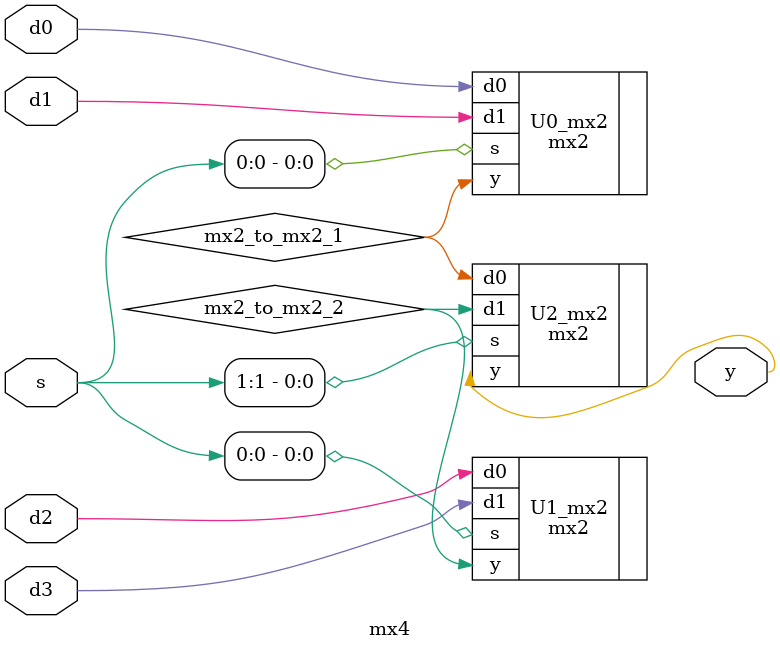
<source format=v>
module mx4(y, d0, d1, d2, d3, s); // this module makes 4x1 multiplexer
input d0, d1, d2, d3; // define input d0, d1, d2, d3
input [1:0] s; // define 2 bits input s
output y; // define output y

wire mx2_to_mx2_1; // define wire mx2_to_mx2_1 it means U0_mx2 -> U2_mx2
wire mx2_to_mx2_2; // define wire mx2_to_mx2_1 it means U1_mx2 -> U2_mx2


// 3 2x1 multiplexer instance
mx2 U0_mx2( 
	.d0(d0),
	.d1(d1),
	.s(s[0]),
	.y(mx2_to_mx2_1)
	);
	
mx2 U1_mx2(
	.d0(d2),
	.d1(d3),
	.s(s[0]),
	.y(mx2_to_mx2_2)
	);
	
mx2 U2_mx2(
	.d0(mx2_to_mx2_1),
	.d1(mx2_to_mx2_2),
	.s(s[1]),
	.y(y)
	);

endmodule // end of module 

</source>
